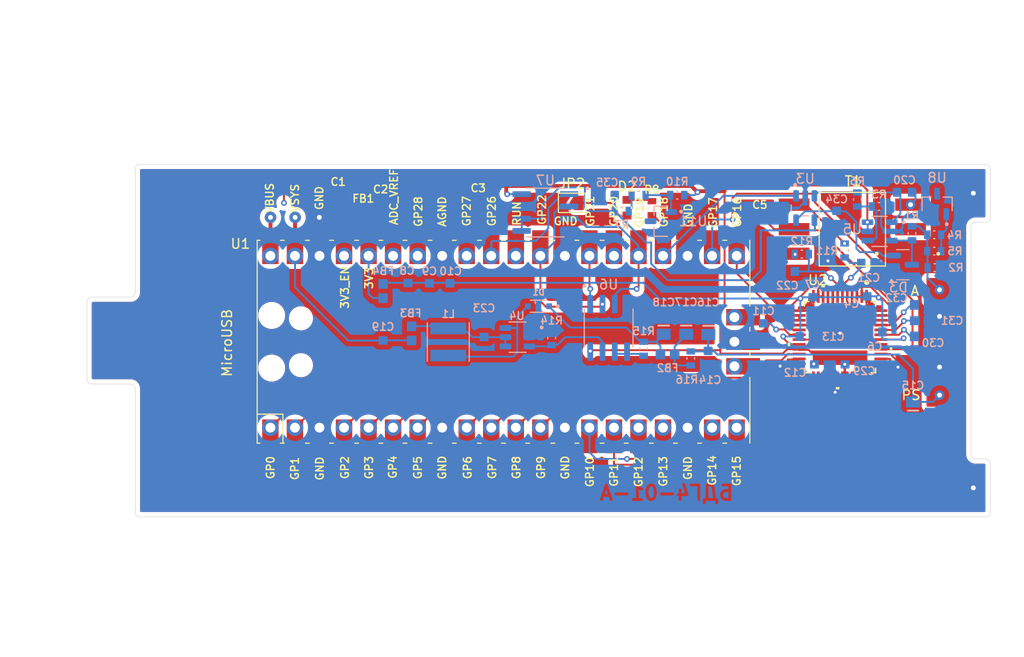
<source format=kicad_pcb>
(kicad_pcb (version 20241229) (generator "pcbnew") (generator_version "9.0")
  (layers (0 "F.Cu" signal) (2 "B.Cu" signal) (13 "F.Paste" user) (15 "B.Paste" user) (5 "F.SilkS" user "F.Silkscreen") (7 "B.SilkS" user "B.Silkscreen") (1 "F.Mask" user) (3 "B.Mask" user) (25 "Edge.Cuts" user))
  (net 0 "")
  (net 1 "AVDD")
  (net 2 "GND")
  (net 3 "+5V")
  (net 4 "ANODE_IN")
  (net 5 "PS_OUT")
  (net 6 "INP")
  (net 7 "INN")
  (net 8 "/D9")
  (net 9 "INT")
  (net 10 "/D1")
  (net 11 "Net-(U1-3V3)")
  (net 12 "Net-(D2-PadA)")
  (net 13 "Net-(U4-FB)")
  (net 14 "/D4")
  (net 15 "/D3")
  (net 16 "/D0")
  (net 17 "VCC")
  (net 18 "/D7")
  (net 19 "Vdrive")
  (net 20 "/PD")
  (net 21 "VBUS")
  (net 22 "/D10")
  (net 23 "/D6")
  (net 24 "/CLK")
  (net 25 "/D5")
  (net 26 "/D11")
  (net 27 "/D8")
  (net 28 "Net-(U2-REFN)")
  (net 29 "Net-(U2-REFIN)")
  (net 30 "SCK")
  (net 31 "SI")
  (net 32 "Net-(U2-*CLK)")
  (net 33 "Net-(U2-REFP)")
  (net 34 "CS1")
  (net 35 "SIG")
  (net 36 "/D2")
  (net 37 "Net-(U3-IN-)")
  (net 38 "Net-(D3-COM)")
  (net 39 "Net-(JP2-A)")
  (net 40 "Net-(U6-PA0)")
  (net 41 "CML")
  (net 42 "Net-(C17-Pad1)")
  (net 43 "Net-(D1-K)")
  (net 44 "Net-(D1-A)")
  (net 45 "VREF1")
  (net 46 "CS2")
  (net 47 "Net-(R7-Pad1)")
  (net 48 "VREF")
  (net 75 "Net-(C20-Pad2)")
  (net 76 "Net-(U5--IN)")
  (net 77 "Net-(R11-Pad1)")
  (net 78 "Net-(R12-Pad1)")
  (footprint "CL10B104KC8NNNC:CAPC1608X90N" (layer "F.Cu") (at 147.15 86.1 90)
    (property "Reference" "C3")
    (property "Value" "100n" (hide yes))
  )
  (footprint "CL10B104KC8NNNC:CAPC1608X90N" (layer "F.Cu") (at 176.3 86.925)
    (property "Reference" "C5")
    (property "Value" "100n" (hide yes))
  )
  (footprint "CL10A226MP8NUNE:CAPC1608X90N" (layer "F.Cu") (at 137.1 86.15 -90)
    (property "Reference" "C2")
    (property "Value" "22uF" (hide yes))
  )
  (footprint "ERJ3EKF1001V:RES_ERJ3EKF1001V" (layer "F.Cu") (at 165.13 85.95 -90)
    (property "Reference" "R8")
    (property "Value" "1k" (hide yes))
  )
  (footprint "RP PICO:RPi_Pico_SMD_TH" (layer "F.Cu") (at 149.77 99.775 90)
    (property "Reference" "U1")
    (property "Value" "Pico 2" (hide yes))
  )
  (footprint "LTST-C190KGKT:LEDC1608X35N" (layer "F.Cu") (at 162.55 85.9 90)
    (property "Reference" "D2")
    (property "Value" "LTST-C190KGKT" (hide yes))
  )
  (footprint "BLM18KG102SN1D:BEADC1608X95N" (layer "F.Cu") (at 134.4 86.4 180)
    (property "Reference" "FB1")
    (property "Value" "BLM18KG102SN1D" (hide yes))
  )
  (footprint "MAX1422ECM-D:21-0054G_48_MXM" (layer "F.Cu") (at 184.599999 99.300001 -90)
    (property "Reference" "U2")
    (property "Value" "MAX1422ECM+D" (hide yes))
  )
  (footprint "T1-1T-KK81:XFMR_T1-1T-KK81_" (layer "F.Cu") (at 185.875 88.125 90)
    (property "Reference" "T1")
    (property "Value" "T1-1T-KK81" (hide yes))
  )
  (footprint "Jumper:SolderJumper-2_P1.3mm_Open_TrianglePad1.0x1.5mm" (layer "F.Cu") (at 156.85 85.4 180)
    (property "Reference" "JP2")
    (property "Value" "~" (hide yes))
  )
  (footprint "CL10A226MP8NUNE:CAPC1608X90N" (layer "F.Cu") (at 132.65 84.65 180)
    (property "Reference" "C1")
    (property "Value" "22uF" (hide yes))
  )
  (footprint "CL21A475KBQNNNE:CAPC2012X140N" (layer "B.Cu") (at 192.15 106.9 -90)
    (property "Reference" "C15")
    (property "Value" "4.7u" (hide yes))
  )
  (footprint "NRS4018T470MDGJ:IND_NRS4018T470MDGJ" (layer "B.Cu") (at 144.05 99.8 90)
    (property "Reference" "L1")
    (property "Value" "47uH" (hide yes))
  )
  (footprint "CL10B104KC8NNNC:CAPC1608X90N" (layer "B.Cu") (at 170.95 101.5 90)
    (property "Reference" "C14")
    (property "Value" "100n" (hide yes))
  )
  (footprint "CL10B104KC8NNNC:CAPC1608X90N" (layer "B.Cu") (at 181.2 99.225 180)
    (property "Reference" "C13")
    (property "Value" "100n" (hide yes))
  )
  (footprint "CL10B104KC8NNNC:CAPC1608X90N" (layer "B.Cu") (at 181.8 95.95 90)
    (property "Reference" "C7")
    (property "Value" "100n" (hide yes))
  )
  (footprint "C1608JB1H224K080AB:CAPC1608X90N" (layer "B.Cu") (at 192.3 99.925 -90)
    (property "Reference" "C30")
    (property "Value" "0.22uF" (hide yes))
  )
  (footprint "MAX5026EUT_T:SOT95P280X145-6N" (layer "B.Cu") (at 151.2175 99.3 180)
    (property "Reference" "U4")
    (property "Value" "MAX5026EUT_T" (hide yes))
  )
  (footprint "CL10B104KC8NNNC:CAPC1608X90N" (layer "B.Cu") (at 144.225 94.5 90)
    (property "Reference" "C10")
    (property "Value" "100n" (hide yes))
  )
  (footprint "ERJ3EKF1000V:RES_ERJ3EKF1000V" (layer "B.Cu") (at 192.05 88.55 90)
    (property "Reference" "R1")
    (property "Value" "100R" (hide yes))
  )
  (footprint "ERJ3EKF1002V:RES_ERJ3EKF1002V" (layer "B.Cu") (at 154.75 99.4 -90)
    (property "Reference" "R14")
    (property "Value" "10k" (hide yes))
  )
  (footprint "ERJ3EKF1001V:RES_ERJ3EKF1001V" (layer "B.Cu") (at 194.4 92.1 180)
    (property "Reference" "R2")
    (property "Value" "1k" (hide yes))
  )
  (footprint "ECJ-1VC1H220J:CAPC1608X90N" (layer "B.Cu") (at 179.15 92.5)
    (property "Reference" "C22")
    (property "Value" "22pF" (hide yes))
  )
  (footprint "ERJ3EKF25R5V:RES_ERJ3EKF25R5V" (layer "B.Cu") (at 180.65 90.7)
    (property "Reference" "R12")
    (property "Value" "25.5R" (hide yes))
  )
  (footprint "CL10A226MP8NUNE:CAPC1608X90N" (layer "B.Cu") (at 137.3 100.425 -90)
    (property "Reference" "C19")
    (property "Value" "22uF" (hide yes))
  )
  (footprint "ERJ3EKF2103V:RES_ERJ3EKF2103V" (layer "B.Cu") (at 162 86.25 180)
    (property "Reference" "R7")
    (property "Value" "210k" (hide yes))
  )
  (footprint "ECJ-1VC1H220J:CAPC1608X90N" (layer "B.Cu") (at 187.58 91.65 180)
    (property "Reference" "C21")
    (property "Value" "22pF" (hide yes))
  )
  (footprint "BLM18KG102SN1D:BEADC1608X95N" (layer "B.Cu") (at 166.75 101.1 180)
    (property "Reference" "FB2")
    (property "Value" "BLM18KG102SN1D" (hide yes))
  )
  (footprint "C1608JB1H224K080AB:CAPC1608X90N" (layer "B.Cu") (at 192.3 95.25 90)
    (property "Reference" "C32")
    (property "Value" "0.22uF" (hide yes))
  )
  (footprint "ERJ3EKF2103V:RES_ERJ3EKF2103V" (layer "B.Cu") (at 194.35 90.4)
    (property "Reference" "R5")
    (property "Value" "210k" (hide yes))
  )
  (footprint "CL10B104KC8NNNC:CAPC1608X90N" (layer "B.Cu") (at 188.2 98.75)
    (property "Reference" "C6")
    (property "Value" "100n" (hide yes))
  )
  (footprint "CL10B104KC8NNNC:CAPC1608X90N" (layer "B.Cu") (at 187.4 95.85 90)
    (property "Reference" "C4")
    (property "Value" "100n" (hide yes))
  )
  (footprint "CL10B104KC8NNNC:CAPC1608X90N" (layer "B.Cu") (at 181.95 102.9 90)
    (property "Reference" "C12")
    (property "Value" "100n" (hide yes))
  )
  (footprint "CL10A226MP8NUNE:CAPC1608X90N" (layer "B.Cu") (at 139.875 94.475 -90)
    (property "Reference" "C8")
    (property "Value" "22uF" (hide yes))
  )
  (footprint "CL21A475KBQNNNE:CAPC2012X140N" (layer "B.Cu") (at 168.675 98.1 90)
    (property "Reference" "C17")
    (property "Value" "4.7u" (hide yes))
  )
  (footprint "MCP41050-I_SN:SOIC127P600X175-8N" (layer "B.Cu") (at 160.65 98.3375 -90)
    (property "Reference" "U6")
    (property "Value" "MCP41050-I_SN" (hide yes))
  )
  (footprint "LM4040AIM3-3_0-T:SOT95P237X112-3N" (layer "B.Cu") (at 194.65 85.5 90)
    (property "Reference" "U8")
    (property "Value" "LM4040AIM3" (hide yes))
  )
  (footprint "ERJ3EKF1001V:RES_ERJ3EKF1001V" (layer "B.Cu") (at 188.625 85.775 180)
    (property "Reference" "R3")
    (property "Value" "1k" (hide yes))
  )
  (footprint "ERJ3EKF2103V:RES_ERJ3EKF2103V" (layer "B.Cu") (at 163.75 84.6 180)
    (property "Reference" "R9")
    (property "Value" "210k" (hide yes))
  )
  (footprint "C1608JB1H224K080AB:CAPC1608X90N" (layer "B.Cu") (at 193.05 97.6)
    (property "Reference" "C31")
    (property "Value" "0.22uF" (hide yes))
  )
  (footprint "ERJ3EKF2103V:RES_ERJ3EKF2103V" (layer "B.Cu") (at 194.35 88.7)
    (property "Reference" "R4")
    (property "Value" "210k" (hide yes))
  )
  (footprint "CL21A475KBQNNNE:CAPC2012X140N" (layer "B.Cu") (at 170.975 98.125 90)
    (property "Reference" "C16")
    (property "Value" "4.7u" (hide yes))
  )
  (footprint "CL10A226MP8NUNE:CAPC1608X90N" (layer "B.Cu") (at 147.75 98.5 90)
    (property "Reference" "C23")
    (property "Value" "22uF" (hide yes))
  )
  (footprint "CL21A475KBQNNNE:CAPC2012X140N" (layer "B.Cu") (at 166.35 98.1 90)
    (property "Reference" "C18")
    (property "Value" "4.7u" (hide yes))
  )
  (footprint "ERJ3EKF2103V:RES_ERJ3EKF2103V" (layer "B.Cu") (at 164.275 100.5 90)
    (property "Reference" "R15")
    (property "Value" "210k" (hide yes))
  )
  (footprint "ERJ3EKF1001V:RES_ERJ3EKF1001V" (layer "B.Cu") (at 167.75 84.6)
    (property "Reference" "R10")
    (property "Value" "1k" (hide yes))
  )
  (footprint "CL10B104KC8NNNC:CAPC1608X90N" (layer "B.Cu") (at 185.125 102.9 90)
    (property "Reference" "C29")
    (property "Value" "100n" (hide yes))
  )
  (footprint "CL10B104KC8NNNC:CAPC1608X90N" (layer "B.Cu") (at 176.675 98.65 90)
    (property "Reference" "C11")
    (property "Value" "100n" (hide yes))
  )
  (footprint "CL10B104KC8NNNC:CAPC1608X90N" (layer "B.Cu") (at 184.25 87 90)
    (property "Reference" "C34")
    (property "Value" "100n" (hide yes))
  )
  (footprint "ERJ3EKF1000V:RES_ERJ3EKF1000V" (layer "B.Cu") (at 169.15 101.5 -90)
    (property "Reference" "R16")
    (property "Value" "100R" (hide yes))
  )
  (footprint "CL10B104KC8NNNC:CAPC1608X90N" (layer "B.Cu") (at 191.275 84.3)
    (property "Reference" "C20")
    (property "Value" "100n" (hide yes))
  )
  (footprint "TLV3201AIDBVR:SOT95P280X145-5N" (layer "B.Cu") (at 181 85.9375 -90)
    (property "Reference" "U3")
    (property "Value" "TLV3201AIDBVR" (hide yes))
  )
  (footprint "MCP41050-I_SN:SOIC127P600X175-8N" (layer "B.Cu") (at 154.1 86.4 180)
    (property "Reference" "U7")
    (property "Value" "MCP41050-I_SN" (hide yes))
  )
  (footprint "BLM18KG102SN1D:BEADC1608X95N" (layer "B.Cu") (at 140.25 98.91 -90)
    (property "Reference" "FB3")
    (property "Value" "BLM18KG102SN1D" (hide yes))
  )
  (footprint "OPA357AIDBVR:SOT95P280X145-6N" (layer "B.Cu") (at 188.7 88.35 180)
    (property "Reference" "U5")
    (property "Value" "OPA357AIDBVR" (hide yes))
  )
  (footprint "ERJ3EKF1001V:RES_ERJ3EKF1001V" (layer "B.Cu") (at 186.4 85.05 90)
    (property "Reference" "R6")
    (property "Value" "1k" (hide yes))
  )
  (footprint "Package_TO_SOT_SMD:SOT-23" (layer "B.Cu") (at 191.1 91.8)
    (property "Reference" "D3")
    (property "Value" "BAT54S" (hide yes))
  )
  (footprint "ERJ3EKF25R5V:RES_ERJ3EKF25R5V" (layer "B.Cu") (at 185.075 90.325 -90)
    (property "Reference" "R11")
    (property "Value" "25.5R" (hide yes))
  )
  (footprint "CL10A226MP8NUNE:CAPC1608X90N" (layer "B.Cu") (at 142.1 94.5 -90)
    (property "Reference" "C9")
    (property "Value" "22uF" (hide yes))
  )
  (footprint "LM4040AIM3-3_0-T:SOT95P237X112-3N" (layer "B.Cu") (at 166.05 87.3 180)
    (property "Reference" "U11")
    (property "Value" "LM4040AIM3" (hide yes))
  )
  (footprint "PMEG4010BEA_115:DIO_BZX384-C30_115" (layer "B.Cu") (at 153.3875 96.1 180)
    (property "Reference" "D1")
    (property "Value" "PMEG4010BEA" (hide yes))
  )
  (footprint "CL10B104KC8NNNC:CAPC1608X90N" (layer "B.Cu") (at 160.5 84.6 180)
    (property "Reference" "C35")
    (property "Value" "100n" (hide yes))
  )
  (footprint "BLM18KG102SN1D:BEADC1608X95N" (layer "B.Cu") (at 137.3 94.525 90)
    (property "Reference" "FB4")
    (property "Value" "BLM18KG102SN1D" (hide yes))
  )
  (gr_rect (start 193.65 93.275) (end 196.15 95.525) (stroke (width 0.2)) (fill yes) (layer "F.Cu") (net 4))
  (gr_rect (start 193.65 104.15) (end 196.15 106.4) (stroke (width 0.2)) (fill yes) (layer "F.Cu") (net 5))
  (gr_rect (start 193.65 96.15) (end 196.15 98.4) (stroke (width 0.2)) (fill yes) (layer "F.Cu") (net 2))
  (gr_rect (start 193.65 101.15) (end 196.15 103.4) (stroke (width 0.2)) (fill yes) (layer "F.Cu") (net 2))
  (gr_line (start 111.15 95.15) (end 107.15 95.15) (stroke (width 0.05)) (layer "Edge.Cuts"))
  (gr_arc (start 111.65 94.65) (mid 111.503553 95.003553) (end 111.15 95.15) (stroke (width 0.05)) (layer "Edge.Cuts"))
  (gr_arc (start 200.15 117.4) (mid 200.003553 117.753553) (end 199.65 117.9) (stroke (width 0.05)) (layer "Edge.Cuts"))
  (gr_line (start 200.15 81.9) (end 200.15 86.9) (stroke (width 0.05)) (layer "Edge.Cuts"))
  (gr_line (start 111.15 104.15) (end 107.15 104.15) (stroke (width 0.05)) (layer "Edge.Cuts"))
  (gr_arc (start 200.15 86.9) (mid 200.003553 87.253553) (end 199.65 87.4) (stroke (width 0.05)) (layer "Edge.Cuts"))
  (gr_line (start 198.65 111.9) (end 199.65 111.9) (stroke (width 0.05)) (layer "Edge.Cuts"))
  (gr_line (start 111.65 117.4) (end 111.65 104.65) (stroke (width 0.05)) (layer "Edge.Cuts"))
  (gr_arc (start 198.15 87.9) (mid 198.296447 87.546447) (end 198.65 87.4) (stroke (width 0.05)) (layer "Edge.Cuts"))
  (gr_arc (start 112.15 117.9) (mid 111.796447 117.753553) (end 111.65 117.4) (stroke (width 0.05)) (layer "Edge.Cuts"))
  (gr_arc (start 111.15 104.15) (mid 111.503553 104.296447) (end 111.65 104.65) (stroke (width 0.05)) (layer "Edge.Cuts"))
  (gr_arc (start 199.65 111.9) (mid 200.003553 112.046447) (end 200.15 112.4) (stroke (width 0.05)) (layer "Edge.Cuts"))
  (gr_line (start 111.65 94.65) (end 111.65 81.9) (stroke (width 0.05)) (layer "Edge.Cuts"))
  (gr_arc (start 199.65 81.4) (mid 200.003553 81.546447) (end 200.15 81.9) (stroke (width 0.05)) (layer "Edge.Cuts"))
  (gr_line (start 198.15 111.4) (end 198.15 87.9) (stroke (width 0.05)) (layer "Edge.Cuts"))
  (gr_line (start 106.65 103.65) (end 106.65 95.65) (stroke (width 0.05)) (layer "Edge.Cuts"))
  (gr_line (start 112.15 81.4) (end 198.15 81.4) (stroke (width 0.05)) (layer "Edge.Cuts"))
  (gr_line (start 198.65 87.4) (end 199.65 87.4) (stroke (width 0.05)) (layer "Edge.Cuts"))
  (gr_line (start 198.15 117.9) (end 112.15 117.9) (stroke (width 0.05)) (layer "Edge.Cuts"))
  (gr_line (start 200.15 112.4) (end 200.15 117.4) (stroke (width 0.05)) (layer "Edge.Cuts"))
  (gr_arc (start 111.65 81.9) (mid 111.796447 81.546447) (end 112.15 81.4) (stroke (width 0.05)) (layer "Edge.Cuts"))
  (gr_line (start 199.65 117.9) (end 198.15 117.9) (stroke (width 0.05)) (layer "Edge.Cuts"))
  (gr_arc (start 107.15 104.15) (mid 106.796447 104.003553) (end 106.65 103.65) (stroke (width 0.05)) (layer "Edge.Cuts"))
  (gr_arc (start 106.65 95.65) (mid 106.796447 95.296447) (end 107.15 95.15) (stroke (width 0.05)) (layer "Edge.Cuts"))
  (gr_arc (start 198.65 111.9) (mid 198.296447 111.753553) (end 198.15 111.4) (stroke (width 0.05)) (layer "Edge.Cuts"))
  (gr_line (start 198.15 81.4) (end 199.65 81.4) (stroke (width 0.05)) (layer "Edge.Cuts"))
  (gr_text "OpenGammaKit v0.2.3" (at 133.15 116.3 0) (layer "F.Cu" knockout) (effects (font (size 1.5 1.5) (thickness 0.3) (bold yes)) (justify left bottom)))
  (gr_text "БДГ4-01-А" (at 173.75 116.3 -0) (layer "B.Cu" knockout) (effects (font (size 1.5 1.5) (thickness 0.3) (bold yes)) (justify left bottom mirror)))
  (gr_text "●" (at 187.325 93.625 90) (layer "F.SilkS") (effects (font (size 0.5 0.5) (thickness 0.125))))
  (gr_text "GP19" (at 163.83 86.37 90) (layer "F.SilkS") (effects (font (size 0.8 0.8))))
  (gr_text "MicroUSB" (at 121.15 99.9 90) (layer "F.SilkS") (effects (font (size 1 1))))
  (gr_text "PS" (at 191.95 105.3 0) (layer "F.SilkS") (effects (font (size 1 1))))
  (gr_text "A" (at 192.35 94.5 0) (layer "F.SilkS") (effects (font (size 1 1))))
  (segment (start 179.380402 100.050002) (end 180.370899 100.050002) (width 0.2) (layer "F.Cu") (net 1))
  (segment (start 188.599999 95.200001) (end 188.899999 95.200001) (width 0.2) (layer "F.Cu") (net 1))
  (segment (start 181.503199 94.096801) (end 182.05 94.096801) (width 0.2) (layer "F.Cu") (net 1))
  (segment (start 182.349998 94.1561) (end 182.349998 95.070901) (width 0.2) (layer "F.Cu") (net 1))
  (segment (start 189.803199 96.990701) (end 189.7439 97.05) (width 0.2) (layer "F.Cu") (net 1))
  (segment (start 187.790699 94.096801) (end 187.425 94.096801) (width 0.2) (layer "F.Cu") (net 1))
  (segment (start 186.85 95.070901) (end 186.349998 95.070901) (width 0.2) (layer "F.Cu") (net 1))
  (segment (start 189.7439 97.05) (end 188.829099 97.05) (width 0.2) (layer "F.Cu") (net 1))
  (segment (start 179.396799 96.203201) (end 179.396799 96.896801) (width 0.2) (layer "F.Cu") (net 1))
  (segment (start 182.290699 94.096801) (end 182.349998 94.1561) (width 0.2) (layer "F.Cu") (net 1))
  (segment (start 182.349998 95.070901) (end 182.85 95.070901) (width 0.2) (layer "F.Cu") (net 1))
  (segment (start 186.909299 94.096801) (end 186.85 94.1561) (width 0.2) (layer "F.Cu") (net 1))
  (segment (start 191.051545 99.550001) (end 188.829099 99.550001) (width 0.2) (layer "F.Cu") (net 1))
  (segment (start 180.299999 95.300001) (end 179.396799 96.203201) (width 0.2) (layer "F.Cu") (net 1))
  (segment (start 180.370899 97.550002) (end 180.370899 97.05) (width 0.2) (layer "F.Cu") (net 1))
  (segment (start 191.187296 99.41425) (end 191.046009 99.41425) (width 0.2) (layer "F.Cu") (net 1))
  (segment (start 187.425 94.096801) (end 186.909299 94.096801) (width 0.2) (layer "F.Cu") (net 1))
  (segment (start 178.8472 99.355729) (end 178.8472 99.5168) (width 0.2) (layer "F.Cu") (net 1))
  (segment (start 189.803199 96.103201) (end 189.803199 96.990701) (width 0.2) (layer "F.Cu") (net 1))
  (segment (start 188.899999 95.200001) (end 189.803199 96.103201) (width 0.2) (layer "F.Cu") (net 1))
  (segment (start 188.599999 94.906101) (end 187.790699 94.096801) (width 0.2) (layer "F.Cu") (net 1))
  (segment (start 180.499999 95.100001) (end 181.503199 94.096801) (width 0.2) (layer "F.Cu") (net 1))
  (segment (start 180.499999 95.300001) (end 180.499999 95.100001) (width 0.2) (layer "F.Cu") (net 1))
  (segment (start 178.722903 99.231432) (end 178.8472 99.355729) (width 0.2) (layer "F.Cu") (net 1))
  (segment (start 178.8472 99.5168) (end 179.380402 100.050002) (width 0.2) (layer "F.Cu") (net 1))
  (segment (start 180.499999 95.300001) (end 180.299999 95.300001) (width 0.2) (layer "F.Cu") (net 1))
  (segment (start 188.599999 95.200001) (end 188.599999 94.906101) (width 0.2) (layer "F.Cu") (net 1))
  (segment (start 191.187296 99.41425) (end 191.051545 99.550001) (width 0.2) (layer "F.Cu") (net 1))
  (segment (start 179.396799 96.896801) (end 179.549998 97.05) (width 0.2) (layer "F.Cu") (net 1))
  (segment (start 186.85 94.1561) (end 186.85 95.070901) (width 0.2) (layer "F.Cu") (net 1))
  (segment (start 179.549998 97.05) (end 180.370899 97.05) (width 0.2) (layer "F.Cu") (net 1))
  (segment (start 182.05 94.096801) (end 182.290699 94.096801) (width 0.2) (layer "F.Cu") (net 1))
  (via (at 178.722903 99.231432) (size 0.6) (drill 0.3) (layers "F.Cu" "B.Cu") (net 1))
  (via (at 191.187296 99.41425) (size 0.6) (drill 0.3) (layers "F.Cu" "B.Cu") (net 1))
  (via (at 188.599999 95.200001) (size 0.6) (drill 0.3) (layers "F.Cu" "B.Cu") (net 1))
  (via (at 180.499999 95.300001) (size 0.6) (drill 0.3) (layers "F.Cu" "B.Cu") (net 1))
  (segment (start 180.15 95.300001) (end 180.499999 95.300001) (width 0.2) (layer "B.Cu") (net 1))
  (segment (start 137.31 93.775) (end 137.415 93.67) (width 0.2) (layer "B.Cu") (net 1))
  (segment (start 181.799999 95.170001) (end 187.299999 95.170001) (width 0.2) (layer "B.Cu") (net 1))
  (segment (start 181.899999 95.070001) (end 181.799999 95.170001) (width 0.2) (layer "B.Cu") (net 1))
  (segment (start 180.499999 95.300001) (end 180.629999 95.170001) (width 0.2) (layer "B.Cu") (net 1))
  (segment (start 188.98 95.580002) (end 188.599999 95.200001) (width 0.2) (layer "B.Cu") (net 1))
  (segment (start 187.299999 95.170001) (end 187.399999 95.070001) (width 0.2) (layer "B.Cu") (net 1))
  (segment (start 179.999999 95.300001) (end 180.15 95.300001) (width 0.2) (layer "B.Cu") (net 1))
  (segment (start 180.149999 95.3) (end 180.15 95.300001) (width 0.2) (layer "B.Cu") (net 1))
  (segment (start 191.051545 99.550001) (end 191.187296 99.41425) (width 0.2) (layer "B.Cu") (net 1))
  (segment (start 188.599999 95.200001) (end 188.599999 95.250001) (width 0.2) (layer "B.Cu") (net 1))
  (segment (start 188.449999 95.050001) (end 188.599999 95.200001) (width 0.2) (layer "B.Cu") (net 1))
  (segment (start 178.729335 99.225) (end 180.42 99.225) (width 0.2) (layer "B.Cu") (net 1))
  (segment (start 182.029999 95.170001) (end 182.149999 95.050001) (width 0.2) (layer "B.Cu") (net 1))
  (segment (start 178.722903 99.231432) (end 178.729335 99.225) (width 0.2) (layer "B.Cu") (net 1))
  (segment (start 137.415 93.67) (end 164.245 93.67) (width 0.2) (layer "B.Cu") (net 1))
  (segment (start 175.53 95.3) (end 180.149999 95.3) (width 0.2) (layer "B.Cu") (net 1))
  (segment (start 180.629999 95.170001) (end 182.029999 95.170001) (width 0.2) (layer "B.Cu") (net 1))
  (segment (start 188.98 98.9) (end 188.98 95.580002) (width 0.2) (layer "B.Cu") (net 1))
  (segment (start 165.875 95.3) (end 175.65 95.3) (width 0.2) (layer "B.Cu") (net 1))
  (segment (start 188.98 99.550001) (end 191.051545 99.550001) (width 0.2) (layer "B.Cu") (net 1))
  (segment (start 191.187296 99.41425) (end 191.098973 99.41425) (width 0.2) (layer "B.Cu") (net 1))
  (segment (start 180.499999 99.225) (end 180.499999 95.300001) (width 0.2) (layer "B.Cu") (net 1))
  (segment (start 191.098973 99.41425) (end 190.996423 99.5168) (width 0.2) (layer "B.Cu") (net 1))
  (segment (start 188.469999 95.070001) (end 188.599999 95.200001) (width 0.2) (layer "B.Cu") (net 1))
  (segment (start 187.399999 95.070001) (end 188.469999 95.070001) (width 0.2) (layer "B.Cu") (net 1))
  (segment (start 188.98 99.550001) (end 188.98 98.925) (width 0.2) (layer "B.Cu") (net 1))
  (segment (start 164.245 93.67) (end 165.875 95.3) (width 0.2) (layer "B.Cu") (net 1))
  (segment (start 130.73 90.99) (end 130.73 86.82) (width 0.4) (layer "F.Cu") (net 2))
  (segment (start 183.849998 98.15) (end 184.599999 98.900001) (width 0.2) (layer "F.Cu") (net 2))
  (segment (start 185.75 100.050002) (end 184.599999 98.900001) (width 0.2) (layer "F.Cu") (net 2))
  (segment (start 184.099999 99.400001) (end 183.949999 99.550001) (width 0.2) (layer "F.Cu") (net 2))
  (segment (start 183.849998 95.070901) (end 183.849998 98.15) (width 0.2) (layer "F.Cu") (net 2))
  (segment (start 179.1922 101.05) (end 178.399999 101.842201) (width 0.2) (layer "F.Cu") (net 2))
  (segment (start 185.35 95.070901) (end 185.35 98.15) (width 0.2) (layer "F.Cu") (net 2))
  (segment (start 189.810998 101.05) (end 190.599999 101.839001) (width 0.2) (layer "F.Cu") (net 2))
  (segment (start 187.349999 96.150001) (end 187.349999 95.070901) (width 0.2) (layer "F.Cu") (net 2))
  (segment (start 178.399999 101.842201) (end 178.399999 102.300001) (width 0.2) (layer "F.Cu") (net 2))
  (segment (start 188.829099 100.050002) (end 185.75 100.050002) (width 0.2) (layer "F.Cu") (net 2))
  (segment (start 184.599999 98.900001) (end 181.849999 96.150001) (width 0.2) (layer "F.Cu") (net 2))
  (segment (start 186.949999 96.550001) (end 184.599999 98.900001) (width 0.2) (layer "F.Cu") (net 2))
  (segment (start 190.599999 101.839001) (end 190.599999 102.400001) (width 0.2) (layer "F.Cu") (net 2))
  (segment (start 185.849999 97.650001) (end 184.599999 98.900001) (width 0.2) (layer "F.Cu") (net 2))
  (segment (start 184.599999 98.900001) (end 184.099999 99.400001) (width 0.2) (layer "F.Cu") (net 2))
  (segment (start 180.370899 99.550001) (end 183.949999 99.550001) (width 0.2) (layer "F.Cu") (net 2))
  (segment (start 185.35 98.15) (end 184.599999 98.900001) (width 0.2) (layer "F.Cu") (net 2))
  (segment (start 180.370899 96.550001) (end 182.249999 96.550001) (width 0.2) (layer "F.Cu") (net 2))
  (segment (start 180.370899 98.050001) (end 183.749999 98.050001) (width 0.2) (layer "F.Cu") (net 2))
  (segment (start 188.829099 96.550001) (end 186.949999 96.550001) (width 0.2) (layer "F.Cu") (net 2))
  (segment (start 184.099999 105.000001) (end 184.099999 103.529101) (width 0.25) (layer "F.Cu") (net 2))
  (segment (start 183.949999 99.550001) (end 184.599999 98.900001) (width 0.2) (layer "F.Cu") (net 2))
  (segment (start 180.430198 97.990702) (end 180.370899 98.050001) (width 0.2) (layer "F.Cu") (net 2))
  (segment (start 183.849998 103.529101) (end 184.099999 103.529101) (width 0.2) (layer "F.Cu") (net 2))
  (segment (start 131.87 85.68) (end 131.87 84.65) (width 0.4) (layer "F.Cu") (net 2))
  (segment (start 143.43 90.99) (end 143.31 90.87) (width 0.4) (layer "F.Cu") (net 2))
  (segment (start 181.849999 96.150001) (end 181.849999 95.070901) (width 0.2) (layer "F.Cu") (net 2))
  (segment (start 184.599999 98.900001) (end 187.349999 96.150001) (width 0.2) (layer "F.Cu") (net 2))
  (segment (start 180.370899 101.05) (end 179.1922 101.05) (width 0.2) (layer "F.Cu") (net 2))
  (segment (start 188.829099 101.05) (end 189.810998 101.05) (width 0.2) (layer "F.Cu") (net 2))
  (segment (start 184.099999 103.529101) (end 184.349999 103.529101) (width 0.2) (layer "F.Cu") (net 2))
  (segment (start 184.349999 99.150001) (end 184.599999 98.900001) (width 0.2) (layer "F.Cu") (net 2))
  (segment (start 176.14 99.79) (end 173.68 99.79) (width 0.2) (layer "F.Cu") (net 2))
  (segment (start 185.849999 95.070901) (end 185.849999 97.650001) (width 0.2) (layer "F.Cu") (net 2))
  (segment (start 130.73 86.82) (end 131.87 85.68) (width 0.4) (layer "F.Cu") (net 2))
  (segment (start 183.749999 98.050001) (end 184.599999 98.900001) (width 0.2) (layer "F.Cu") (net 2))
  (segment (start 183.349999 97.650001) (end 184.599999 98.900001) (width 0.2) (layer "F.Cu") (net 2))
  (segment (start 182.249999 96.550001) (end 184.599999 98.900001) (width 0.2) (layer "F.Cu") (net 2))
  (segment (start 183.349999 95.070901) (end 183.349999 97.650001) (width 0.2) (layer "F.Cu") (net 2))
  (segment (start 156.13 90.9) (end 155.524 90.294) (width 0.2) (layer "F.Cu") (net 2))
  (segment (start 168.65 90.72) (end 168.83 90.9) (width 0.2) (layer "F.Cu") (net 2))
  (via (at 178.399999 102.300001) (size 0.6) (drill 0.3) (layers "F.Cu" "B.Cu") (net 2))
  (via (at 198.4 84.4) (size 1) (drill 0.5) (layers "F.Cu" "B.Cu") (net 2))
  (via (at 130.7 86.9) (size 1.2) (drill 0.5) (layers "F.Cu" "B.Cu") (net 2))
  (via (at 190.599999 102.400001) (size 0.6) (drill 0.3) (layers "F.Cu" "B.Cu") (net 2))
  (via (at 194.9 102.4) (size 1) (drill 0.5) (layers "F.Cu" "B.Cu") (net 2))
  (via (at 184.599999 98.900001) (size 0.6) (drill 0.3) (layers "F.Cu" "B.Cu") (net 2))
  (via (at 183.35 91.4) (size 0.6) (drill 0.3) (layers "F.Cu" "B.Cu") (net 2))
  (via (at 184.099999 105.000001) (size 0.6) (drill 0.3) (layers "F.Cu" "B.Cu") (net 2))
  (via (at 194.9 97.15) (size 1) (drill 0.5) (layers "F.Cu" "B.Cu") (net 2))
  (via (at 198.4 114.9) (size 1) (drill 0.5) (layers "F.Cu" "B.Cu") (net 2))
  (segment (start 190.675 88.35) (end 191.075 87.95) (width 0.2) (layer "B.Cu") (net 2))
  (segment (start 180.295 85.93) (end 179.78 85.93) (width 0.2) (layer "B.Cu") (net 2))
  (segment (start 181.05 85.175) (end 180.295 85.93) (width 0.2) (layer "B.Cu") (net 2))
  (segment (start 188.85 86.275) (end 188.85 87.832499) (width 0.2) (layer "B.Cu") (net 2))
  (segment (start 181.05 84.67) (end 181.05 85.175) (width 0.2) (layer "B.Cu") (net 2))
  (segment (start 181.946 103.354) (end 181.81 103.49) (width 0.2) (layer "B.Cu") (net 2))
  (segment (start 188.85 87.832499) (end 189.367501 88.35) (width 0.2) (layer "B.Cu") (net 2))
  (segment (start 189.9725 88.35) (end 190.675 88.35) (width 0.2) (layer "B.Cu") (net 2))
  (segment (start 191.075 87.95) (end 191.075 87.025) (width 0.2) (layer "B.Cu") (net 2))
  (segment (start 189.35 85.775) (end 188.85 86.275) (width 0.2) (layer "B.Cu") (net 2))
  (segment (start 191.075 87.025) (end 191.5525 86.5475) (width 0.2) (layer "B.Cu") (net 2))
  (segment (start 189.367501 88.35) (end 189.9725 88.35) (width 0.2) (layer "B.Cu") (net 2))
  (segment (start 191.5525 86.5475) (end 193.7 86.5475) (width 0.2) (layer "B.Cu") (net 2))
  (segment (start 128.19 90.99) (end 128.19 87.06) (width 0.4) (layer "F.Cu") (net 3))
  (segment (start 128.19 87.06) (end 128.35 86.9) (width 0.2) (layer "F.Cu") (net 3))
  (via (at 128.2 86.9) (size 1.2) (drill 0.5) (layers "F.Cu" "B.Cu") (net 3))
  (segment (start 128.19 94.14) (end 128.19 90.9) (width 0.2) (layer "B.Cu") (net 3))
  (segment (start 133.7 99.65) (end 128.19 94.14) (width 0.2) (layer "B.Cu") (net 3))
  (segment (start 137.3 99.65) (end 133.7 99.65) (width 0.2) (layer "B.Cu") (net 3))
  (segment (start 137.55 99.625) (end 140.24 99.625) (width 0.2) (layer "B.Cu") (net 3))
  (segment (start 194.975 94.325) (end 194.9 94.4) (width 0.2) (layer "F.Cu") (net 4))
  (via (at 194.9 94.4) (size 1) (drill 0.5) (layers "F.Cu" "B.Cu") (net 4))
  (segment (start 192.75 87.825) (end 193.625 88.7) (width 0.2) (layer "B.Cu") (net 4))
  (segment (start 193.65 93.15) (end 193.65 90.55) (width 0.2) (layer "B.Cu") (net 4))
  (segment (start 193.625 90.4) (end 193.625 89.6) (width 0.2) (layer "B.Cu") (net 4))
  (segment (start 192.025 87.825) (end 192.75 87.825) (width 0.2) (layer "B.Cu") (net 4))
  (segment (start 194.9 94.4) (end 193.65 93.15) (width 0.2) (layer "B.Cu") (net 4))
  (segment (start 193.625 89.6) (end 193.625 88.7) (width 0.2) (layer "B.Cu") (net 4))
  (segment (start 194.655 105.03) (end 194.9 105.275) (width 0.2) (layer "F.Cu") (net 5))
  (via (at 194.9 105.3) (size 1) (drill 0.5) (layers "F.Cu" "B.Cu") (net 5))
  (segment (start 194.2 106) (end 194.9 105.3) (width 0.2) (layer "B.Cu") (net 5))
  (segment (start 171.55 100.74) (end 171.91 101.1) (width 0.2) (layer "B.Cu") (net 5))
  (segment (start 170.95 100.74) (end 171.55 100.74) (width 0.2) (layer "B.Cu") (net 5))
  (segment (start 171.91 101.1) (end 190.7 101.1) (width 0.2) (layer "B.Cu") (net 5))
  (segment (start 169.35 100.775) (end 170.695 100.775) (width 0.2) (layer "B.Cu") (net 5))
  (segment (start 192.15 106) (end 194.2 106) (width 0.2) (layer "B.Cu") (net 5))
  (segment (start 190.7 101.1) (end 192.15 102.55) (width 0.2) (layer "B.Cu") (net 5))
  (segment (start 170.95 100.74) (end 170.95 99.2) (width 0.2) (layer "B.Cu") (net 5))
  (segment (start 194.9 105.3) (end 194.55 105.3) (width 0.2) (layer "B.Cu") (net 5))
  (segment (start 192.15 102.55) (end 192.15 106) (width 0.2) (layer "B.Cu") (net 5))
  (segment (start 185.65 93.15) (end 185.725 93.15) (width 0.2) (layer "F.Cu") (net 6))
  (segment (start 184.849999 93.950001) (end 185.65 93.15) (width 0.2) (layer "F.Cu") (net 6))
  (segment (start 184.849999 95.070901) (end 184.849999 93.950001) (width 0.2) (layer "F.Cu") (net 6))
  (via (at 185.725 93.15) (size 0.6) (drill 0.3) (layers "F.Cu" "B.Cu") (net 6))
  (segment (start 186.795 92.08) (end 185.725 93.15) (width 0.2) (layer "B.Cu") (net 6))
  (segment (start 186.795 91.625) (end 186.795 92.08) (width 0.2) (layer "B.Cu") (net 6))
  (segment (start 186.795 91.625) (end 185.65 91.625) (width 0.2) (layer "B.Cu") (net 6))
  (segment (start 185.65 91.625) (end 185.075 91.05) (width 0.2) (layer "B.Cu") (net 6))
  (segment (start 184.349999 93.874999) (end 184.349999 95.070901) (width 0.2) (layer "F.Cu") (net 7))
  (segment (start 183.6625 93.1875) (end 184.349999 93.874999) (width 0.2) (layer "F.Cu") (net 7))
  (via (at 183.6625 93.1875) (size 0.6) (drill 0.3) (layers "F.Cu" "B.Cu") (net 7))
  (segment (start 179.93 92.245) (end 179.95 92.225) (width 0.2) (layer "B.Cu") (net 7))
  (segment (start 181.375 92.425) (end 181.45 92.5) (width 0.2) (layer "B.Cu") (net 7))
  (segment (start 179.93 92.5) (end 181.45 92.5) (width 0.2) (layer "B.Cu") (net 7))
  (segment (start 182.975 92.5) (end 181.45 92.5) (width 0.2) (layer "B.Cu") (net 7))
  (segment (start 181.375 90.7) (end 181.375 92.425) (width 0.2) (layer "B.Cu") (net 7))
  (segment (start 183.6625 93.1875) (end 182.975 92.5) (width 0.2) (layer "B.Cu") (net 7))
  (segment (start 187.349999 105.134201) (end 187.349999 103.529101) (width 0.2) (layer "F.Cu") (net 8))
  (segment (start 155.166 107.104) (end 185.3802 107.104) (width 0.2) (layer "F.Cu") (net 8))
  (segment (start 153.59 108.68) (end 155.166 107.104) (width 0.2) (layer "F.Cu") (net 8))
  (segment (start 185.3802 107.104) (end 187.349999 105.134201) (width 0.2) (layer "F.Cu") (net 8))
  (segment (start 153.65 108.74) (end 153.59 108.68) (width 0.2) (layer "F.Cu") (net 8))
  (segment (start 166.29 87.72) (end 166.29 90.9) (width 0.2) (layer "F.Cu") (net 9))
  (segment (start 165.08 86.555) (end 165.125 86.555) (width 0.2) (layer "F.Cu") (net 9))
  (segment (start 165.125 86.555) (end 166.29 87.72) (width 0.2) (layer "F.Cu") (net 9))
  (segment (start 180.0375 84.67) (end 172.52 84.67) (width 0.2) (layer "B.Cu") (net 9))
  (segment (start 180.05 84.6825) (end 180.0375 84.67) (width 0.2) (layer "B.Cu") (net 9))
  (segment (start 172.52 84.67) (end 166.29 90.9) (width 0.2) (layer "B.Cu") (net 9))
  (segment (start 128.19 108.68) (end 132.97 103.9) (width 0.2) (layer "F.Cu") (net 10))
  (segment (start 180.370899 102.496201) (end 180.370899 102.050001) (width 0.2) (layer "F.Cu") (net 10))
  (segment (start 178.967099 103.900001) (end 180.370899 102.496201) (width 0.2) (layer "F.Cu") (net 10))
  (segment (start 132.97 103.9) (end 178.967098 103.9) (width 0.2) (layer "F.Cu") (net 10))
  (segment (start 178.967098 103.9) (end 178.967099 103.900001) (width 0.2) (layer "F.Cu") (net 10))
  (segment (start 128.19 109.46) (end 128.19 108.68) (width 0.2) (layer "B.Cu") (net 10))
  (segment (start 135.415 86.4) (end 135.085 86.4) (width 0.4) (layer "F.Cu") (net 11))
  (segment (start 135.81 90.99) (end 135.85 90.95) (width 0.4) (layer "F.Cu") (net 11))
  (segment (start 135.85 86.835) (end 135.415 86.4) (width 0.4) (layer "F.Cu") (net 11))
  (segment (start 135.85 90.95) (end 135.85 86.835) (width 0.4) (layer "F.Cu") (net 11))
  (segment (start 136.245 95.245) (end 137.31 95.245) (width 0.2) (layer "B.Cu") (net 11))
  (segment (start 135.8 93.37) (end 135.8 94.8) (width 0.2) (layer "B.Cu") (net 11))
  (segment (start 135.8 94.8) (end 136.245 95.245) (width 0.2) (layer "B.Cu") (net 11))
  (segment (start 135.81 93.36) (end 135.8 93.37) (width 0.2) (layer "B.Cu") (net 11))
  (segment (start 135.81 90.9) (end 135.81 93.36) (width 0.2) (layer "B.Cu") (net 11))
  (segment (start 162.55 85.09) (end 165.065 85.09) (width 0.2) (layer "F.Cu") (net 12))
  (segment (start 165.065 85.09) (end 165.08 85.105) (width 0.2) (layer "F.Cu") (net 12))
  (segment (start 152.44 100.25) (end 154.6 100.25) (width 0.2) (layer "B.Cu") (net 13))
  (segment (start 159.95 99.7) (end 159.95 100.535) (width 0.2) (layer "B.Cu") (net 13))
  (segment (start 160.115 101.025) (end 159.985 101.155) (width 0.2) (layer "B.Cu") (net 13))
  (segment (start 155.35 100.1) (end 156.15 99.3) (width 0.2) (layer "B.Cu") (net 13))
  (segment (start 154.75 100.1) (end 155.35 100.1) (width 0.2) (layer "B.Cu") (net 13))
  (segment (start 156.15 99.3) (end 159.55 99.3) (width 0.2) (layer "B.Cu") (net 13))
  (segment (start 159.55 99.3) (end 159.95 99.7) (width 0.2) (layer "B.Cu") (net 13))
  (segment (start 154.6 100.25) (end 154.75 100.1) (width 0.2) (layer "B.Cu") (net 13))
  (segment (start 152.67 100.48) (end 152.44 100.25) (width 0.2) (layer "B.Cu") (net 13))
  (segment (start 160.115 100.7) (end 160.115 101.155) (width 0.2) (layer "B.Cu") (net 13))
  (segment (start 159.95 100.535) (end 160.115 100.7) (width 0.2) (layer "B.Cu") (net 13))
  (segment (start 182.260998 105.1) (end 182.260999 105.100001) (width 0.2) (layer "F.Cu") (net 14))
  (segment (start 182.85 104.511) (end 182.85 103.529101) (width 0.2) (layer "F.Cu") (net 14))
  (segment (start 182.260999 105.100001) (end 182.85 104.511) (width 0.2) (layer "F.Cu") (net 14))
  (segment (start 138.35 108.68) (end 141.93 105.1) (width 0.2) (layer "F.Cu") (net 14))
  (segment (start 141.93 105.1) (end 182.260998 105.1) (width 0.2) (layer "F.Cu") (net 14))
  (segment (start 182.093899 104.700001) (end 182.349998 104.443902) (width 0.2) (layer "F.Cu") (net 15))
  (segment (start 135.81 108.68) (end 139.79 104.7) (width 0.2) (layer "F.Cu") (net 15))
  (segment (start 182.093898 104.7) (end 182.093899 104.700001) (width 0.2) (layer "F.Cu") (net 15))
  (segment (start 139.79 104.7) (end 182.093898 104.7) (width 0.2) (layer "F.Cu") (net 15))
  (segment (start 182.349998 104.443902) (end 182.349998 103.529101) (width 0.2) (layer "F.Cu") (net 15))
  (segment (start 180.290699 101.609301) (end 180.349998 101.550002) (width 0.2) (layer "F.Cu") (net 16))
  (segment (start 178.200999 103.499001) (end 179.209299 102.490701) (width 0.2) (layer "F.Cu") (net 16))
  (segment (start 125.65 108.68) (end 130.83 103.5) (width 0.2) (layer "F.Cu") (net 16))
  (segment (start 179.199999 102.490701) (end 179.199999 101.609301) (width 0.2) (layer "F.Cu") (net 16))
  (segment (start 132.8029 103.5) (end 132.8039 103.499) (width 0.2) (layer "F.Cu") (net 16))
  (segment (start 176.751 103.499) (end 176.751001 103.499001) (width 0.2) (layer "F.Cu") (net 16))
  (segment (start 179.209299 102.490701) (end 179.199999 102.490701) (width 0.2) (layer "F.Cu") (net 16))
  (segment (start 130.83 103.5) (end 132.8029 103.5) (width 0.2) (layer "F.Cu") (net 16))
  (segment (start 180.349998 101.550002) (end 180.370899 101.550002) (width 0.2) (layer "F.Cu") (net 16))
  (segment (start 179.199999 101.609301) (end 180.290699 101.609301) (width 0.2) (layer "F.Cu") (net 16))
  (segment (start 132.8039 103.499) (end 176.751 103.499) (width 0.2) (layer "F.Cu") (net 16))
  (segment (start 176.751001 103.499001) (end 178.200999 103.499001) (width 0.2) (layer "F.Cu") (net 16))
  (segment (start 137.1 83.7) (end 137.1 85.37) (width 0.4) (layer "F.Cu") (net 17))
  (segment (start 169.74 84.19) (end 172.65 84.19) (width 0.4) (layer "F.Cu") (net 17))
  (segment (start 137.05 83.65) (end 147.25 83.65) (width 0.4) (layer "F.Cu") (net 17))
  (segment (start 158.75 100.74) (end 158.75 100.65) (width 0.2) (layer "F.Cu") (net 17))
  (segment (start 181.8825 102.0695) (end 185.0575 102.0695) (width 0.2) (layer "F.Cu") (net 17))
  (segment (start 186.949 83.599) (end 187.425 84.075) (width 0.2) (layer "F.Cu") (net 17))
  (segment (start 181.344999 100.6093) (end 181.8825 101.146801) (width 0.2) (layer "F.Cu") (net 17))
  (segment (start 180.370899 100.550001) (end 180.370899 100.6093) (width 0.2) (layer "F.Cu") (net 17))
  (segment (start 180.370899 100.550001) (end 179.125099 100.550001) (width 0.2) (layer "F.Cu") (net 17))
  (segment (start 187.425 84.075) (end 187.425 87.4) (width 0.2) (layer "F.Cu") (net 17))
  (segment (start 133.67 83.65) (end 133.67 85.23) (width 0.4) (layer "F.Cu") (net 17))
  (segment (start 185.0956 103.529101) (end 185.0956 102.1076) (width 0.26) (layer "F.Cu") (net 17))
  (segment (start 172.65 84.19) (end 173.241 83.599) (width 0.2) (layer "F.Cu") (net 17))
  (segment (start 150.05 83.65) (end 169.2 83.65) (width 0.4) (layer "F.Cu") (net 17))
  (segment (start 172.65 96.068698) (end 172.65 84.19) (width 0.2) (layer "F.Cu") (net 17))
  (segment (start 172.61 84.15) (end 172.65 84.19) (width 0.2) (layer "F.Cu") (net 17))
  (segment (start 172.218698 96.5) (end 172.65 96.068698) (width 0.2) (layer "F.Cu") (net 17))
  (segment (start 185.0956 103.529101) (end 184.849999 103.529101) (width 0.2) (layer "F.Cu") (net 17))
  (segment (start 150.05 83.65) (end 150.05 84.4) (width 0.4) (layer "F.Cu") (net 17))
  (segment (start 133.67 85.23) (end 133.665 85.235) (width 0.4) (layer "F.Cu") (net 17))
  (segment (start 181.8825 101.146801) (end 181.8825 102.0695) (width 0.2) (layer "F.Cu") (net 17))
  (segment (start 147.25 83.65) (end 150.05 83.65) (width 0.4) (layer "F.Cu") (net 17))
  (segment (start 137.05 83.65) (end 137.1 83.7) (width 0.4) (layer "F.Cu") (net 17))
  (segment (start 133.665 85.235) (end 133.665 86.4) (width 0.4) (layer "F.Cu") (net 17))
  (segment (start 158.75 100.65) (end 172.218698 100.65) (width 0.2) (layer "F.Cu") (net 17))
  (segment (start 133.67 84.38) (end 133.65 84.4) (width 0.4) (layer "F.Cu") (net 17))
  (segment (start 133.67 83.65) (end 137.05 83.65) (width 0.4) (layer "F.Cu") (net 17))
  (segment (start 173.241 83.599) (end 186.949 83.599) (width 0.2) (layer "F.Cu") (net 17))
  (segment (start 147.15 83.75) (end 147.15 85.32) (width 0.4) (layer "F.Cu") (net 17))
  (segment (start 127.35 83.65) (end 133.67 83.65) (width 0.2) (layer "F.Cu") (net 17))
  (segment (start 179.125099 100.550001) (end 178.675099 101.000001) (width 0.2) (layer "F.Cu") (net 17))
  (segment (start 127.04 83.96) (end 127.35 83.65) (width 0.2) (layer "F.Cu") (net 17))
  (segment (start 185.0956 102.1076) (end 185.0575 102.0695) (width 0.2) (layer "F.Cu") (net 17))
  (segment (start 178.675098 101) (end 172.218698 101) (width 0.2) (layer "F.Cu") (net 17))
  (segment (start 172.218698 101) (end 172.218698 96.5) (width 0.2) (layer "F.Cu") (net 17))
  (segment (start 133.67 83.65) (end 133.67 84.38) (width 0.4) (layer "F.Cu") (net 17))
  (segment (start 147.25 83.65) (end 147.15 83.75) (width 0.4) (layer "F.Cu") (net 17))
  (segment (start 180.370899 100.6093) (end 181.344999 100.6093) (width 0.2) (layer "F.Cu") (net 17))
  (segment (start 178.675099 101.000001) (end 178.675098 101) (width 0.2) (layer "F.Cu") (net 17))
  (segment (start 127.04 85.4) (end 127.04 83.96) (width 0.2) (layer "F.Cu") (net 17))
  (segment (start 150.05 84.4) (end 150.15 84.5) (width 0.4) (layer "F.Cu") (net 17))
  (segment (start 169.2 83.65) (end 169.85 84.3) (width 0.4) (layer "F.Cu") (net 17))
  (segment (start 185.35 103.529101) (end 185.0956 103.529101) (width 0.2) (layer "F.Cu") (net 17))
  (segment (start 172.218698 100.65) (end 172.218698 96.5) (width 0.2) (layer "F.Cu") (net 17))
  (via (at 185.0956 102.1076) (size 0.6) (drill 0.3) (layers "F.Cu" "B.Cu") (net 17))
  (via (at 169.85 84.3) (size 0.6) (drill 0.3) (layers "F.Cu" "B.Cu") (net 17))
  (via (at 158.75 100.74) (size 0.6) (drill 0.3) (layers "F.Cu" "B.Cu") (net 17))
  (via (at 181.8825 102.0695) (size 0.6) (drill 0.3) (layers "F.Cu" "B.Cu") (net 17))
  (via (at 187.425 87.4) (size 0.6) (drill 0.3) (layers "F.Cu" "B.Cu") (net 17))
  (via (at 127.04 85.4) (size 0.6) (drill 0.3) (layers "F.Cu" "B.Cu") (net 17))
  (via (at 150.15 84.5) (size 0.6) (drill 0.3) (layers "F.Cu" "B.Cu") (net 17))
  (segment (start 186.675 90.5) (end 188.65 90.5) (width 0.2) (layer "B.Cu") (net 17))
  (segment (start 186.525 88.35) (end 186.3 88.575) (width 0.2) (layer "B.Cu") (net 17))
  (segment (start 169.85 84.3) (end 169.55 84.6) (width 0.2) (layer "B.Cu") (net 17))
  (segment (start 188.65 90.5) (end 189.025 90.875) (width 0.2) (layer "B.Cu") (net 17))
  (segment (start 150.15 84.5) (end 151.6525 84.5) (width 0.2) (layer "B.Cu") (net 17))
  (segment (start 186.3 87.375) (end 185.195 86.27) (width 0.2) (layer "B.Cu") (net 17))
  (segment (start 187.4625 87.4) (end 187.4625 88.35) (width 0.2) (layer "B.Cu") (net 17))
  (segment (start 189.025 90.875) (end 190.1625 90.875) (width 0.2) (layer "B.Cu") (net 17))
  (segment (start 180.1 87.1425) (end 180.1 87.18) (width 0.2) (layer "B.Cu") (net 17))
  (segment (start 186.525 88.35) (end 186.3 88.125) (width 0.2) (layer "B.Cu") (net 17))
  (segment (start 186.3 90.125) (end 186.675 90.5) (width 0.2) (layer "B.Cu") (net 17))
  (segment (start 180.9725 86.27) (end 180.1 87.1425) (width 0.2) (layer "B.Cu") (net 17))
  (segment (start 151.6525 84.5) (end 151.6575 84.495) (width 0.2) (layer "B.Cu") (net 17))
  (segment (start 186.3 88.575) (end 186.3 90.125) (width 0.2) (layer "B.Cu") (net 17))
  (segment (start 187.4625 88.35) (end 186.525 88.35) (width 0.2) (layer "B.Cu") (net 17))
  (segment (start 186.3 88.125) (end 186.3 87.375) (width 0.2) (layer "B.Cu") (net 17))
  (segment (start 185.195 86.27) (end 180.9725 86.27) (width 0.2) (layer "B.Cu") (net 17))
  (segment (start 169.55 84.6) (end 168.475 84.6) (width 0.2) (layer "B.Cu") (net 17))
  (segment (start 181.8825 102.0695) (end 181.946 102.133) (width 0.2) (layer "B.Cu") (net 17))
  (segment (start 185.048 106.302) (end 186.349998 105.000002) (width 0.2) (layer "F.Cu") (net 18))
  (segment (start 186.349998 105.000002) (end 186.349998 103.529101) (width 0.2) (layer "F.Cu") (net 18))
  (segment (start 148.51 108.68) (end 150.888 106.302) (width 0.2) (layer "F.Cu") (net 18))
  (segment (start 150.888 106.302) (end 185.048 106.302) (width 0.2) (layer "F.Cu") (net 18))
  (segment (start 146.55 99.3) (end 149.95 99.3) (width 0.2) (layer "B.Cu") (net 19))
  (segment (start 143.805 98.155) (end 144.06 98.41) (width 0.2) (layer "B.Cu") (net 19))
  (segment (start 140.24 98.155) (end 143.805 98.155) (width 0.2) (layer "B.Cu") (net 19))
  (segment (start 145.15 97.9) (end 146.55 99.3) (width 0.2) (layer "B.Cu") (net 19))
  (segment (start 149.95 100.25) (end 149.95 99.3) (width 0.2) (layer "B.Cu") (net 19))
  (segment (start 192.1 95.45) (end 192.1 100.234) (width 0.2) (layer "F.Cu") (net 20))
  (segment (start 185.55 88.9) (end 192.1 95.45) (width 0.2) (layer "F.Cu") (net 20))
  (segment (start 182.025 85.375) (end 185.526 88.876) (width 0.2) (layer "F.Cu") (net 20))
  (segment (start 182.025 84.45) (end 182.025 85.375) (width 0.2) (layer "F.Cu") (net 20))
  (segment (start 173.48 84.9) (end 173.93 84.45) (width 0.2) (layer "F.Cu") (net 20))
  (segment (start 192.1 100.234) (end 191.783999 100.550001) (width 0.2) (layer "F.Cu") (net 20))
  (segment (start 173.93 84.45) (end 182.025 84.45) (width 0.2) (layer "F.Cu") (net 20))
  (segment (start 173.48 87.12) (end 173.48 84.9) (width 0.2) (layer "F.Cu") (net 20))
  (segment (start 191.783999 100.550001) (end 188.829099 100.550001) (width 0.2) (layer "F.Cu") (net 20))
  (via (at 173.48 87.12) (size 0.6) (drill 0.3) (layers "F.Cu" "B.Cu") (net 20))
  (segment (start 171.37 87.455) (end 171.37 90.9) (width 0.2) (layer "B.Cu") (net 20))
  (segment (start 171.705 87.12) (end 171.37 87.455) (width 0.2) (layer "B.Cu") (net 20))
  (segment (start 173.48 87.12) (end 171.705 87.12) (width 0.2) (layer "B.Cu") (net 20))
  (segment (start 125.65 87.1) (end 125.85 86.9) (width 0.2) (layer "F.Cu") (net 21))
  (segment (start 125.65 90.99) (end 125.65 87.1) (width 0.4) (layer "F.Cu") (net 21))
  (via (at 125.65 86.9) (size 1.2) (drill 0.5) (layers "F.Cu" "B.Cu") (net 21))
  (segment (start 175.15 111.9) (end 175.949 111.101) (width 0.2) (layer "F.Cu") (net 22))
  (segment (start 175.95 108.5329) (end 175.95 108.3) (width 0.2) (layer "F.Cu") (net 22))
  (segment (start 185.5463 107.505) (end 187.790699 105.260601) (width 0.2) (layer "F.Cu") (net 22))
  (segment (start 187.790699 105.260601) (end 187.790699 102.76144) (width 0.2) (layer "F.Cu") (net 22))
  (segment (start 176.745 107.505) (end 185.5463 107.505) (width 0.2) (layer "F.Cu") (net 22))
  (segment (start 162.55 111.9) (end 175.15 111.9) (width 0.2) (layer "F.Cu") (net 22))
  (segment (start 175.949 111.101) (end 175.949 108.5339) (width 0.2) (layer "F.Cu") (net 22))
  (segment (start 187.790699 102.76144) (end 188.502138 102.050001) (width 0.2) (layer "F.Cu") (net 22))
  (segment (start 175.949 108.5339) (end 175.95 108.5329) (width 0.2) (layer "F.Cu") (net 22))
  (segment (start 175.95 108.3) (end 176.745 107.505) (width 0.2) (layer "F.Cu") (net 22))
  (segment (start 188.502138 102.050001) (end 188.829099 102.050001) (width 0.2) (layer "F.Cu") (net 22))
  (via (at 162.55 111.9) (size 0.6) (drill 0.3) (layers "F.Cu" "B.Cu") (net 22))
  (segment (start 159.35 111.9) (end 158.67 111.22) (width 0.2) (layer "B.Cu") (net 22))
  (segment (start 162.55 111.9) (end 159.35 111.9) (width 0.2) (layer "B.Cu") (net 22))
  (segment (start 158.67 111.22) (end 158.67 108.68) (width 0.2) (layer "B.Cu") (net 22))
  (segment (start 184.658 105.901) (end 185.849999 104.709001) (width 0.2) (layer "F.Cu") (net 23))
  (segment (start 145.97 108.68) (end 148.749 105.901) (width 0.2) (layer "F.Cu") (net 23))
  (segment (start 185.849999 104.709001) (end 185.849999 103.529101) (width 0.2) (layer "F.Cu") (net 23))
  (segment (start 148.749 105.901) (end 184.658 105.901) (width 0.2) (layer "F.Cu") (net 23))
  (segment (start 179.396799 98.176799) (end 173.91 92.69) (width 0.2) (layer "F.Cu") (net 24))
  (segment (start 180.370899 98.55) (end 179.77 98.55) (width 0.2) (layer "F.Cu") (net 24))
  (segment (start 179.710701 98.490701) (end 179.396799 98.490701) (width 0.2) (layer "F.Cu") (net 24))
  (segment (start 179.396799 98.490701) (end 179.396799 98.176799) (width 0.2) (layer "F.Cu") (net 24))
  (segment (start 173.91 92.69) (end 173.91 90.9) (width 0.2) (layer "F.Cu") (net 24))
  (segment (start 179.77 98.55) (end 179.710701 98.490701) (width 0.2) (layer "F.Cu") (net 24))
  (segment (start 182.428099 105.500001) (end 183.349999 104.578101) (width 0.2) (layer "F.Cu") (net 25))
  (segment (start 144.07 105.5) (end 182.428098 105.5) (width 0.2) (layer "F.Cu") (net 25))
  (segment (start 183.349999 104.578101) (end 183.349999 103.529101) (width 0.2) (layer "F.Cu") (net 25))
  (segment (start 140.89 108.68) (end 144.07 105.5) (width 0.2) (layer "F.Cu") (net 25))
  (segment (start 182.428098 105.5) (end 182.428099 105.500001) (width 0.2) (layer "F.Cu") (net 25))
  (segment (start 140.89 109.36) (end 140.89 108.68) (width 0.2) (layer "B.Cu") (net 25))
  (segment (start 189.803199 102.490701) (end 189.803199 101.609301) (width 0.2) (layer "F.Cu") (net 26))
  (segment (start 161.21 112.5) (end 175.35 112.5) (width 0.2) (layer "F.Cu") (net 26))
  (segment (start 188.809299 102.490701) (end 189.803199 102.490701) (width 0.2) (layer "F.Cu") (net 26))
  (segment (start 175.35 112.5) (end 176.35 111.5) (width 0.2) (layer "F.Cu") (net 26))
  (segment (start 188.191699 103.108301) (end 188.809299 102.490701) (width 0.2) (layer "F.Cu") (net 26))
  (segment (start 185.7124 107.906) (end 188.191699 105.426701) (width 0.2) (layer "F.Cu") (net 26))
  (segment (start 177.144 107.906) (end 185.7124 107.906) (width 0.2) (layer "F.Cu") (net 26))
  (segment (start 189.7439 101.550002) (end 188.829099 101.550002) (width 0.2) (layer "F.Cu") (net 26))
  (segment (start 188.191699 105.426701) (end 188.191699 103.108301) (width 0.2) (layer "F.Cu") (net 26))
  (segment (start 176.35 111.5) (end 176.35 108.7) (width 0.2) (layer "F.Cu") (net 26))
  (segment (start 189.803199 101.609301) (end 189.7439 101.550002) (width 0.2) (layer "F.Cu") (net 26))
  (segment (start 176.35 108.7) (end 177.144 107.906) (width 0.2) (layer "F.Cu") (net 26))
  (segment (start 161.21 108.68) (end 161.21 112.5) (width 0.2) (layer "F.Cu") (net 26))
  (segment (start 153.027 106.703) (end 185.2141 106.703) (width 0.2) (layer "F.Cu") (net 27))
  (segment (start 186.85 105.0671) (end 186.85 103.529101) (width 0.2) (layer "F.Cu") (net 27))
  (segment (start 151.05 108.68) (end 153.027 106.703) (width 0.2) (layer "F.Cu") (net 27))
  (segment (start 185.2141 106.703) (end 186.85 105.0671) (width 0.2) (layer "F.Cu") (net 27))
  (segment (start 191.1916 96.799) (end 189.940599 98.050001) (width 0.2) (layer "F.Cu") (net 28))
  (segment (start 189.940599 98.050001) (end 188.829099 98.050001) (width 0.2) (layer "F.Cu") (net 28))
  (segment (start 191.1916 96.7228) (end 191.1916 96.799) (width 0.2) (layer "F.Cu") (net 28))
  (via (at 191.1916 96.7228) (size 0.6) (drill 0.3) (layers "F.Cu" "B.Cu") (net 28))
  (segment (start 192.3092 95.9586) (end 191.9558 95.9586) (width 0.2) (layer "B.Cu") (net 28))
  (segment (start 191.9558 95.9586) (end 191.1916 96.7228) (width 0.2) (layer "B.Cu") (net 28))
  (segment (start 191.221191 98.532339) (end 190.703529 99.050001) (width 0.2) (layer "F.Cu") (net 29))
  (segment (start 190.703529 99.050001) (end 188.829099 99.050001) (width 0.2) (layer "F.Cu") (net 29))
  (via (at 191.221191 98.532339) (size 0.6) (drill 0.3) (layers "F.Cu" "B.Cu") (net 29))
  (segment (start 192.2838 99.2142) (end 191.903052 99.2142) (width 0.2) (layer "B.Cu") (net 29))
  (segment (start 191.903052 99.2142) (end 191.221191 98.532339) (width 0.2) (layer "B.Cu") (net 29))
  (segment (start 154.15 96.15) (end 153.59 95.59) (width 0.2) (layer "F.Cu") (net 30))
  (segment (start 160.005 95.8925) (end 159.7475 96.15) (width 0.2) (layer "F.Cu") (net 30))
  (segment (start 159.7475 96.15) (end 154.15 96.15) (width 0.2) (layer "F.Cu") (net 30))
  (segment (start 153.59 95.59) (end 153.59 90.9) (width 0.2) (layer "F.Cu") (net 30))
  (via (at 160.005 95.8925) (size 0.6) (drill 0.3) (layers "F.Cu" "B.Cu") (net 30))
  (segment (start 160.04 95.9275) (end 160.04 96.17) (width 0.2) (layer "B.Cu") (net 30))
  (segment (start 155.685 85.765) (end 156.5675 85.765) (width 0.2) (layer "B.Cu") (net 30))
  (segment (start 153.59 90.9) (end 155.05 89.44) (width 0.2) (layer "B.Cu") (net 30))
  (segment (start 155.05 86.4) (end 155.685 85.765) (width 0.2) (layer "B.Cu") (net 30))
  (segment (start 155.05 89.44) (end 155.05 86.4) (width 0.2) (layer "B.Cu") (net 30))
  (segment (start 160.005 95.8925) (end 160.04 95.9275) (width 0.2) (layer "B.Cu") (net 30))
  (segment (start 163.75 94.1) (end 163.75 90.9) (width 0.2) (layer "F.Cu") (net 31))
  (segment (start 163.55 94.3) (end 163.75 94.1) (width 0.2) (layer "F.Cu") (net 31))
  (via (at 163.55 94.3) (size 0.6) (drill 0.3) (layers "F.Cu" "B.Cu") (net 31))
  (segment (start 161.91 94.3) (end 163.55 94.3) (width 0.2) (layer "B.Cu") (net 31))
  (segment (start 161.385 94.825) (end 161.91 94.3) (width 0.2) (layer "B.Cu") (net 31))
  (segment (start 161.385 96.245) (end 161.385 94.825) (width 0.2) (layer "B.Cu") (net 31))
  (segment (start 157.485 87.035) (end 158.35 87.9) (width 0.2) (layer "B.Cu") (net 31))
  (segment (start 163.75 89.85) (end 163.75 90.9) (width 0.2) (layer "B.Cu") (net 31))
  (segment (start 158.35 87.9) (end 161.8 87.9) (width 0.2) (layer "B.Cu") (net 31))
  (segment (start 156.5675 87.035) (end 157.485 87.035) (width 0.2) (layer "B.Cu") (net 31))
  (segment (start 161.8 87.9) (end 163.75 89.85) (width 0.2) (layer "B.Cu") (net 31))
  (segment (start 177.9836 98.5008) (end 178.8408 98.5008) (width 0.2) (layer "F.Cu") (net 32))
  (segment (start 180.370899 99.050001) (end 180.32536 99.09554) (width 0.2) (layer "F.Cu") (net 32))
  (segment (start 178.8408 98.5008) (end 179.390001 99.050001) (width 0.2) (layer "F.Cu") (net 32))
  (segment (start 179.390001 99.050001) (end 180.370899 99.050001) (width 0.2) (layer "F.Cu") (net 32))
  (via (at 177.9836 98.5008) (size 0.6) (drill 0.3) (layers "F.Cu" "B.Cu") (net 32))
  (segment (start 177.356 97.8732) (end 176.6628 97.8732) (width 0.2) (layer "B.Cu") (net 32))
  (segment (start 177.9836 98.5008) (end 177.356 97.8732) (width 0.2) (layer "B.Cu") (net 32))
  (segment (start 191.209465 97.695535) (end 190.355 98.55) (width 0.2) (layer "F.Cu") (net 33))
  (segment (start 190.355 98.55) (end 188.829099 98.55) (width 0.2) (layer "F.Cu") (net 33))
  (segment (start 191.209465 97.629665) (end 191.209465 97.695535) (width 0.2) (layer "F.Cu") (net 33))
  (via (at 191.209465 97.629665) (size 0.6) (drill 0.3) (layers "F.Cu" "B.Cu") (net 33))
  (segment (start 191.209465 97.629665) (end 191.25273 97.5864) (width 0.2) (layer "B.Cu") (net 33))
  (segment (start 191.25273 97.5864) (end 192.3368 97.5864) (width 0.2) (layer "B.Cu") (net 33))
  (segment (start 158.67 94.22) (end 158.67 90.9) (width 0.2) (layer "F.Cu") (net 34))
  (segment (start 158.75 94.3) (end 158.67 94.22) (width 0.2) (layer "F.Cu") (net 34))
  (via (at 158.75 94.3) (size 0.6) (drill 0.3) (layers "F.Cu" "B.Cu") (net 34))
  (segment (start 158.735 94.315) (end 158.75 94.3) (width 0.2) (layer "B.Cu") (net 34))
  (segment (start 158.735 96.195) (end 158.735 94.315) (width 0.2) (layer "B.Cu") (net 34))
  (segment (start 158.845 94.395) (end 158.75 94.3) (width 0.2) (layer "B.Cu") (net 34))
  (segment (start 190.845 86.5275) (end 190.845 84.125) (width 0.2) (layer "B.Cu") (net 35))
  (segment (start 182 84.6325) (end 182 84.67) (width 0.2) (layer "B.Cu") (net 35))
  (segment (start 182.3075 84.325) (end 182 84.6325) (width 0.2) (layer "B.Cu") (net 35))
  (segment (start 186.4 84.325) (end 182.3075 84.325) (width 0.2) (layer "B.Cu") (net 35))
  (segment (start 189.9725 87.4) (end 190.845 86.5275) (width 0.2) (layer "B.Cu") (net 35))
  (segment (start 186.4 84.325) (end 190.645 84.325) (width 0.2) (layer "B.Cu") (net 35))
  (segment (start 181.079098 104.3) (end 181.079099 104.300001) (width 0.2) (layer "F.Cu") (net 36))
  (segment (start 137.65 104.3) (end 181.079098 104.3) (width 0.2) (layer "F.Cu") (net 36))
  (segment (start 133.27 108.68) (end 137.65 104.3) (width 0.2) (layer "F.Cu") (net 36))
  (segment (start 181.079099 104.300001) (end 181.849999 103.529101) (width 0.2) (layer "F.Cu") (net 36))
  (segment (start 133.15 108.8) (end 133.27 108.68) (width 0.2) (layer "F.Cu") (net 36))
  (segment (start 176.4 88.25) (end 182 88.25) (width 0.2) (layer "B.Cu") (net 37))
  (segment (start 155.55 83.8) (end 158.1 83.8) (width 0.2) (layer "B.Cu") (net 37))
  (segment (start 161.275 86.255) (end 164.52 89.5) (width 0.2) (layer "B.Cu") (net 37))
  (segment (start 158.1 83.8) (end 158.2 83.9) (width 0.2) (layer "B.Cu") (net 37))
  (segment (start 165.05 91.695501) (end 166.754499 93.4) (width 0.2) (layer "B.Cu") (net 37))
  (segment (start 175.4171 93.4) (end 176.4 92.4171) (width 0.2) (layer "B.Cu") (net 37))
  (segment (start 161.28 84.6) (end 161.28 86.25) (width 0.2) (layer "B.Cu") (net 37))
  (segment (start 182 88.25) (end 182 87.18) (width 0.2) (layer "B.Cu") (net 37))
  (segment (start 165.05 89.5) (end 165.05 91.695501) (width 0.2) (layer "B.Cu") (net 37))
  (segment (start 158.2 85.9) (end 158.555 86.255) (width 0.2) (layer "B.Cu") (net 37))
  (segment (start 153.75 85.6) (end 155.55 83.8) (width 0.2) (layer "B.Cu") (net 37))
  (segment (start 158.2 83.9) (end 158.2 85.9) (width 0.2) (layer "B.Cu") (net 37))
  (segment (start 153.615 87.035) (end 153.75 86.9) (width 0.2) (layer "B.Cu") (net 37))
  (segment (start 158.555 86.255) (end 161.275 86.255) (width 0.2) (layer "B.Cu") (net 37))
  (segment (start 176.4 92.4171) (end 176.4 88.25) (width 0.2) (layer "B.Cu") (net 37))
  (segment (start 164.52 89.5) (end 165.05 89.5) (width 0.2) (layer "B.Cu") (net 37))
  (segment (start 151.6575 88.305) (end 151.6575 87.035) (width 0.2) (layer "B.Cu") (net 37))
  (segment (start 153.75 86.9) (end 153.75 85.6) (width 0.2) (layer "B.Cu") (net 37))
  (segment (start 151.6575 87.035) (end 153.615 87.035) (width 0.2) (layer "B.Cu") (net 37))
  (segment (start 161.28 86.25) (end 161.275 86.255) (width 0.2) (layer "B.Cu") (net 37))
  (segment (start 166.754499 93.4) (end 175.4171 93.4) (width 0.2) (layer "B.Cu") (net 37))
  (segment (start 192.0375 89.2875) (end 192.025 89.275) (width 0.2) (layer "B.Cu") (net 38))
  (segment (start 192.0375 91.825) (end 192.0375 89.2875) (width 0.2) (layer "B.Cu") (net 38))
  (segment (start 192 89.3) (end 192.025 89.275) (width 0.2) (layer "B.Cu") (net 38))
  (segment (start 189.9725 89.3) (end 192 89.3) (width 0.2) (layer "B.Cu") (net 38))
  (segment (start 161.34 85.9) (end 161.34 86.29) (width 0.2) (layer "F.Cu") (net 39))
  (segment (start 161.34 86.29) (end 161.75 86.7) (width 0.2) (layer "F.Cu") (net 39))
  (segment (start 162.54 86.7) (end 162.55 86.71) (width 0.2) (layer "F.Cu") (net 39))
  (segment (start 157.375 85.4) (end 160.84 85.4) (width 0.2) (layer "F.Cu") (net 39))
  (segment (start 160.84 85.4) (end 161.34 85.9) (width 0.2) (layer "F.Cu") (net 39))
  (segment (start 161.75 86.7) (end 162.54 86.7) (width 0.2) (layer "F.Cu") (net 39))
  (segment (start 164.15 101.025) (end 161.515 101.025) (width 0.2) (layer "B.Cu") (net 40))
  (segment (start 164.35 101.225) (end 164.15 101.025) (width 0.2) (layer "B.Cu") (net 40))
  (segment (start 179.845 88.125) (end 177.775 88.125) (width 0.2) (layer "F.Cu") (net 41))
  (segment (start 188.829099 97.550002) (end 189.830998 97.550002) (width 0.2) (layer "F.Cu") (net 41))
  (segment (start 190.2772 96.010102) (end 189.066099 94.799001) (width 0.2) (layer "F.Cu") (net 41))
  (segment (start 182.500998 88.24) (end 178.69 88.24) (width 0.2) (layer "F.Cu") (net 41))
  (segment (start 189.830998 97.550002) (end 190.2772 97.1038) (width 0.2) (layer "F.Cu") (net 41))
  (segment (start 189.000999 94.751058) (end 189.000999 94.740001) (width 0.2) (layer "F.Cu") (net 41))
  (segment (start 177.08 87.43) (end 177.08 86.925) (width 0.2) (layer "F.Cu") (net 41))
  (segment (start 189.048942 94.799001) (end 189.000999 94.751058) (width 0.2) (layer "F.Cu") (net 41))
  (segment (start 189.066099 94.799001) (end 189.048942 94.799001) (width 0.2) (layer "F.Cu") (net 41))
  (segment (start 190.2772 97.1038) (end 190.2772 96.010102) (width 0.2) (layer "F.Cu") (net 41))
  (segment (start 177.775 88.125) (end 177.08 87.43) (width 0.2) (layer "F.Cu") (net 41))
  (segment (start 189.000999 94.740001) (end 182.500998 88.24) (width 0.2) (layer "F.Cu") (net 41))
  (segment (start 167.485 101.1) (end 167.485 102.035) (width 0.2) (layer "B.Cu") (net 42))
  (segment (start 167.485 101.1) (end 167.485 100.265) (width 0.2) (layer "B.Cu") (net 42))
  (segment (start 167.675 102.225) (end 169.35 102.225) (width 0.2) (layer "B.Cu") (net 42))
  (segment (start 167.485 102.035) (end 167.675 102.225) (width 0.2) (layer "B.Cu") (net 42))
  (segment (start 167.485 100.265) (end 168.75 99) (width 0.2) (layer "B.Cu") (net 42))
  (segment (start 162.475 98.3) (end 163.95 99.775) (width 0.2) (layer "B.Cu") (net 43))
  (segment (start 154.45 96.1) (end 156.65 98.3) (width 0.2) (layer "B.Cu") (net 43))
  (segment (start 163.95 99.775) (end 164.75 99.775) (width 0.2) (layer "B.Cu") (net 43))
  (segment (start 156.65 98.3) (end 162.475 98.3) (width 0.2) (layer "B.Cu") (net 43))
  (segment (start 166.015 101.1) (end 166.015 100.215) (width 0.2) (layer "B.Cu") (net 43))
  (segment (start 165.575 99.775) (end 166.35 99) (width 0.2) (layer "B.Cu") (net 43))
  (segment (start 164.35 99.775) (end 165.575 99.775) (width 0.2) (layer "B.Cu") (net 43))
  (segment (start 166.015 100.215) (end 165.575 99.775) (width 0.2) (layer "B.Cu") (net 43))
  (segment (start 149.95 98.35) (end 151.195 98.35) (width 0.2) (layer "B.Cu") (net 44))
  (segment (start 151.195 100.9) (end 150.7725 101.3225) (width 0.2) (layer "B.Cu") (net 44))
  (segment (start 151.195 98.35) (end 151.195 98.8425) (width 0.2) (layer "B.Cu") (net 44))
  (segment (start 151.195 98.343032) (end 151.195 98.8425) (width 0.2) (layer "B.Cu") (net 44))
  (segment (start 144.9725 101.3225) (end 144.35 100.7) (width 0.2) (layer "B.Cu") (net 44))
  (segment (start 151.195 97.155) (end 151.195 98.35) (width 0.2) (layer "B.Cu") (net 44))
  (segment (start 152.25 96.1) (end 151.195 97.155) (width 0.2) (layer "B.Cu") (net 44))
  (segment (start 151.195 98.8425) (end 151.195 100.9) (width 0.2) (layer "B.Cu") (net 44))
  (segment (start 150.7725 101.3225) (end 144.9725 101.3225) (width 0.2) (layer "B.Cu") (net 44))
  (segment (start 195.075 88.7) (end 195.075 90.4) (width 0.2) (layer "B.Cu") (net 45))
  (segment (start 195.6 86.5475) (end 195.6 88.175) (width 0.2) (layer "B.Cu") (net 45))
  (segment (start 195.6 88.175) (end 195.075 88.7) (width 0.2) (layer "B.Cu") (net 45))
  (segment (start 148.61 89.34) (end 148.51 89.44) (width 0.2) (layer "B.Cu") (net 46))
  (segment (start 154.4 88.05) (end 153.11 89.34) (width 0.2) (layer "B.Cu") (net 46))
  (segment (start 153.11 89.34) (end 148.61 89.34) (width 0.2) (layer "B.Cu") (net 46))
  (segment (start 156.5675 84.495) (end 155.855 84.495) (width 0.2) (layer "B.Cu") (net 46))
  (segment (start 154.4 85.95) (end 154.4 88.05) (width 0.2) (layer "B.Cu") (net 46))
  (segment (start 155.855 84.495) (end 154.4 85.95) (width 0.2) (layer "B.Cu") (net 46))
  (segment (start 148.51 89.44) (end 148.51 90.9) (width 0.2) (layer "B.Cu") (net 46))
  (segment (start 163.025 84.6) (end 163.025 85.955) (width 0.2) (layer "B.Cu") (net 47))
  (segment (start 163.025 85.955) (end 162.725 86.255) (width 0.2) (layer "B.Cu") (net 47))
  (segment (start 167.025 86.265) (end 167.11 86.35) (width 0.2) (layer "B.Cu") (net 48))
  (segment (start 167.11 84.685) (end 167.025 84.6) (width 0.2) (layer "B.Cu") (net 48))
  (segment (start 167.11 86.35) (end 167.11 84.685) (width 0.2) (layer "B.Cu") (net 48))
  (segment (start 164.475 84.6) (end 167.025 84.6) (width 0.2) (layer "B.Cu") (net 48))
  (via (at 191.905 85.585) (size 1) (drill 0.5) (layers "F.Cu" "B.Cu") (net 75))
  (segment (start 192.405 85.085) (end 191.905 85.585) (width 0.2) (layer "B.Cu") (net 75))
  (segment (start 192.405 84.125) (end 192.405 85.085) (width 0.2) (layer "B.Cu") (net 75))
  (segment (start 188.3685 88.998999) (end 188.3685 86.2435) (width 0.2) (layer "B.Cu") (net 76))
  (segment (start 187.4625 89.3) (end 188.067499 89.3) (width 0.2) (layer "B.Cu") (net 76))
  (segment (start 186.4 85.775) (end 187.9 85.775) (width 0.2) (layer "B.Cu") (net 76))
  (segment (start 188.067499 89.3) (end 188.3685 88.998999) (width 0.2) (layer "B.Cu") (net 76))
  (segment (start 188.3685 86.2435) (end 187.9 85.775) (width 0.2) (layer "B.Cu") (net 76))
  (segment (start 185.075 89.6) (end 181.06 85.585) (width 0.2) (layer "F.Cu") (net 77))
  (segment (start 181.06 85.585) (end 179.845 85.585) (width 0.2) (layer "F.Cu") (net 77))
  (via (at 185.075 89.6) (size 0.6) (drill 0.3) (layers "F.Cu" "B.Cu") (net 77))
  (via (at 179.951 90.7284) (size 0.6) (drill 0.3) (layers "F.Cu" "B.Cu") (net 78))
  (zone (net 2) (net_name "GND") (layer "F.Cu") (connect_pads yes (clearance 0.5)) (min_thickness 0.25) (fill yes (thermal_gap 0.5) (thermal_bridge_width 0.5))
    (polygon (pts (xy 97.65 64.4) (xy 203.65 64.4) (xy 203.65 132.4) (xy 97.65 132.4)))
  )
  (zone (net 17) (net_name "VCC") (layer "F.Cu") (priority 1) (connect_pads (clearance 0.1)) (min_thickness 0.1) (fill yes (thermal_gap 0.1) (thermal_bridge_width 0.1))
    (polygon (pts (xy 181.8952 101.0916) (xy 181.8952 101.752) (xy 182.233866 102.1584) (xy 187.4324 102.1584) (xy 187.4324 100.6852) (xy 181.438 100.6852)))
  )
  (zone (net 2) (net_name "GND") (layer "B.Cu") (connect_pads yes (clearance 0.5)) (min_thickness 0.25) (fill yes (thermal_gap 0.5) (thermal_bridge_width 0.5))
    (polygon (pts (xy 97.65 64.4) (xy 203.65 64.4) (xy 203.65 132.4) (xy 97.65 132.4)))
  )
)
</source>
